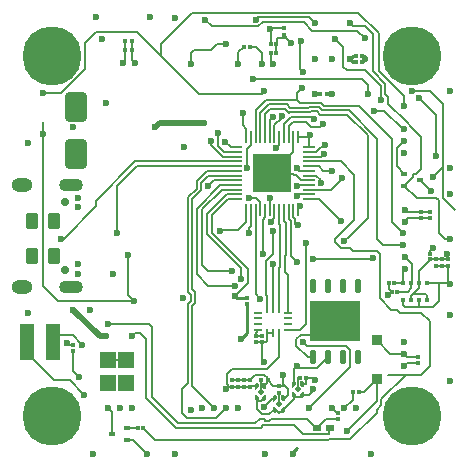
<source format=gbr>
%TF.GenerationSoftware,KiCad,Pcbnew,9.0.6*%
%TF.CreationDate,2025-12-27T02:42:01+01:00*%
%TF.ProjectId,hardware,68617264-7761-4726-952e-6b696361645f,rev?*%
%TF.SameCoordinates,Original*%
%TF.FileFunction,Copper,L4,Bot*%
%TF.FilePolarity,Positive*%
%FSLAX46Y46*%
G04 Gerber Fmt 4.6, Leading zero omitted, Abs format (unit mm)*
G04 Created by KiCad (PCBNEW 9.0.6) date 2025-12-27 02:42:01*
%MOMM*%
%LPD*%
G01*
G04 APERTURE LIST*
G04 Aperture macros list*
%AMRoundRect*
0 Rectangle with rounded corners*
0 $1 Rounding radius*
0 $2 $3 $4 $5 $6 $7 $8 $9 X,Y pos of 4 corners*
0 Add a 4 corners polygon primitive as box body*
4,1,4,$2,$3,$4,$5,$6,$7,$8,$9,$2,$3,0*
0 Add four circle primitives for the rounded corners*
1,1,$1+$1,$2,$3*
1,1,$1+$1,$4,$5*
1,1,$1+$1,$6,$7*
1,1,$1+$1,$8,$9*
0 Add four rect primitives between the rounded corners*
20,1,$1+$1,$2,$3,$4,$5,0*
20,1,$1+$1,$4,$5,$6,$7,0*
20,1,$1+$1,$6,$7,$8,$9,0*
20,1,$1+$1,$8,$9,$2,$3,0*%
%AMRotRect*
0 Rectangle, with rotation*
0 The origin of the aperture is its center*
0 $1 length*
0 $2 width*
0 $3 Rotation angle, in degrees counterclockwise*
0 Add horizontal line*
21,1,$1,$2,0,0,$3*%
%AMFreePoly0*
4,1,13,0.135355,0.205355,0.150000,0.170000,0.150000,-0.080000,0.135355,-0.115355,-0.064645,-0.315355,-0.100000,-0.330000,-0.135355,-0.315355,-0.150000,-0.280000,-0.150000,0.170000,-0.135355,0.205355,-0.100000,0.220000,0.100000,0.220000,0.135355,0.205355,0.135355,0.205355,$1*%
%AMFreePoly1*
4,1,14,0.125355,0.205355,0.140000,0.170000,0.140000,-0.230000,0.125355,-0.265355,0.090000,-0.280000,0.040000,-0.280000,0.004645,-0.265355,-0.145355,-0.115355,-0.160000,-0.080000,-0.160000,0.170000,-0.145355,0.205355,-0.110000,0.220000,0.090000,0.220000,0.125355,0.205355,0.125355,0.205355,$1*%
%AMFreePoly2*
4,1,14,0.125355,0.255355,0.140000,0.220000,0.140000,-0.180000,0.125355,-0.215355,0.090000,-0.230000,-0.110000,-0.230000,-0.145355,-0.215355,-0.160000,-0.180000,-0.160000,0.070000,-0.145355,0.105355,0.004645,0.255355,0.040000,0.270000,0.090000,0.270000,0.125355,0.255355,0.125355,0.255355,$1*%
%AMFreePoly3*
4,1,14,-0.014645,0.265355,0.135355,0.115355,0.150000,0.080000,0.150000,-0.170000,0.135355,-0.205355,0.100000,-0.220000,-0.100000,-0.220000,-0.135355,-0.205355,-0.150000,-0.170000,-0.150000,0.230000,-0.135355,0.265355,-0.100000,0.280000,-0.050000,0.280000,-0.014645,0.265355,-0.014645,0.265355,$1*%
G04 Aperture macros list end*
%TA.AperFunction,ComponentPad*%
%ADD10C,0.700000*%
%TD*%
%TA.AperFunction,ComponentPad*%
%ADD11O,2.000000X1.100000*%
%TD*%
%TA.AperFunction,ComponentPad*%
%ADD12O,1.800000X1.200000*%
%TD*%
%TA.AperFunction,SMDPad,CuDef*%
%ADD13R,0.320000X0.370000*%
%TD*%
%TA.AperFunction,SMDPad,CuDef*%
%ADD14R,0.300000X0.320000*%
%TD*%
%TA.AperFunction,SMDPad,CuDef*%
%ADD15R,0.450000X0.450000*%
%TD*%
%TA.AperFunction,SMDPad,CuDef*%
%ADD16R,0.370000X0.320000*%
%TD*%
%TA.AperFunction,SMDPad,CuDef*%
%ADD17FreePoly0,0.000000*%
%TD*%
%TA.AperFunction,SMDPad,CuDef*%
%ADD18FreePoly1,0.000000*%
%TD*%
%TA.AperFunction,SMDPad,CuDef*%
%ADD19FreePoly2,0.000000*%
%TD*%
%TA.AperFunction,SMDPad,CuDef*%
%ADD20FreePoly3,0.000000*%
%TD*%
%TA.AperFunction,SMDPad,CuDef*%
%ADD21RotRect,0.450000X0.450000X315.000000*%
%TD*%
%TA.AperFunction,SMDPad,CuDef*%
%ADD22O,0.580000X1.280000*%
%TD*%
%TA.AperFunction,SMDPad,CuDef*%
%ADD23R,4.300000X3.400000*%
%TD*%
%TA.AperFunction,SMDPad,CuDef*%
%ADD24R,0.840000X0.910000*%
%TD*%
%TA.AperFunction,SMDPad,CuDef*%
%ADD25R,0.790000X0.540000*%
%TD*%
%TA.AperFunction,SMDPad,CuDef*%
%ADD26RoundRect,0.250000X0.650000X-1.000000X0.650000X1.000000X-0.650000X1.000000X-0.650000X-1.000000X0*%
%TD*%
%TA.AperFunction,SMDPad,CuDef*%
%ADD27R,0.320000X0.300000*%
%TD*%
%TA.AperFunction,SMDPad,CuDef*%
%ADD28R,1.200000X3.100000*%
%TD*%
%TA.AperFunction,SMDPad,CuDef*%
%ADD29R,1.350000X1.410000*%
%TD*%
%TA.AperFunction,SMDPad,CuDef*%
%ADD30RoundRect,0.250000X0.262500X0.450000X-0.262500X0.450000X-0.262500X-0.450000X0.262500X-0.450000X0*%
%TD*%
%TA.AperFunction,SMDPad,CuDef*%
%ADD31R,1.000000X0.200000*%
%TD*%
%TA.AperFunction,SMDPad,CuDef*%
%ADD32R,0.200000X1.000000*%
%TD*%
%TA.AperFunction,SMDPad,CuDef*%
%ADD33R,3.200000X3.200000*%
%TD*%
%TA.AperFunction,SMDPad,CuDef*%
%ADD34R,0.680000X0.280000*%
%TD*%
%TA.AperFunction,SMDPad,CuDef*%
%ADD35R,0.280000X0.680000*%
%TD*%
%TA.AperFunction,SMDPad,CuDef*%
%ADD36R,0.510000X0.400000*%
%TD*%
%TA.AperFunction,ViaPad*%
%ADD37C,0.600000*%
%TD*%
%TA.AperFunction,ViaPad*%
%ADD38C,5.000000*%
%TD*%
%TA.AperFunction,Conductor*%
%ADD39C,0.200000*%
%TD*%
%TA.AperFunction,Conductor*%
%ADD40C,0.150000*%
%TD*%
%TA.AperFunction,Conductor*%
%ADD41C,0.250000*%
%TD*%
%TA.AperFunction,Conductor*%
%ADD42C,0.500000*%
%TD*%
G04 APERTURE END LIST*
D10*
%TO.P,USB1,*%
%TO.N,*%
X138882500Y-105110000D03*
X138882500Y-110890000D03*
D11*
%TO.P,USB1,13,SHELL*%
%TO.N,GND*%
X139412500Y-103680000D03*
D12*
X135202500Y-103680000D03*
D11*
%TO.P,USB1,14,SHELL*%
X139412500Y-112320000D03*
D12*
X135202500Y-112320000D03*
%TD*%
D13*
%TO.P,C10,1,1*%
%TO.N,GND*%
X155000000Y-117020000D03*
%TO.P,C10,2,2*%
%TO.N,Net-(U2-VDD)*%
X155000000Y-116480000D03*
%TD*%
D14*
%TO.P,R15,1,1*%
%TO.N,/AT32/VBATADC*%
X156750000Y-92500000D03*
%TO.P,R15,2,2*%
%TO.N,VBAT*%
X156270000Y-92500000D03*
%TD*%
D15*
%TO.P,U1,1,GND*%
%TO.N,GND*%
X169480000Y-112030000D03*
%TO.P,U1,2,CSB*%
%TO.N,3V3-MCU*%
X168820000Y-112030000D03*
%TO.P,U1,3,SDA*%
%TO.N,SDA*%
X168180000Y-112030000D03*
%TO.P,U1,4,SCK*%
%TO.N,SCL*%
X167520000Y-112030000D03*
%TO.P,U1,5,SDO*%
%TO.N,GND*%
X167520000Y-113470000D03*
%TO.P,U1,6,VDDIO*%
%TO.N,3V3-MCU*%
X168180000Y-113470000D03*
%TO.P,U1,7,GND*%
%TO.N,GND*%
X168820000Y-113470000D03*
%TO.P,U1,8,VDD*%
%TO.N,3V3-MCU*%
X169480000Y-113470000D03*
%TD*%
D14*
%TO.P,R19,1,1*%
%TO.N,3V3-MCU*%
X166260000Y-112000000D03*
%TO.P,R19,2,2*%
%TO.N,SCL*%
X166740000Y-112000000D03*
%TD*%
D13*
%TO.P,C21,1,1*%
%TO.N,GND*%
X157400000Y-90430000D03*
%TO.P,C21,2,2*%
%TO.N,/AT32/VBATADC*%
X157400000Y-90970000D03*
%TD*%
%TO.P,C127,1,1*%
%TO.N,GND*%
X170750000Y-110520000D03*
%TO.P,C127,2,2*%
%TO.N,3V3-MCU*%
X170750000Y-109980000D03*
%TD*%
%TO.P,C133,1,1*%
%TO.N,GND*%
X154000000Y-120230000D03*
%TO.P,C133,2,2*%
%TO.N,3V3-IMU*%
X154000000Y-120770000D03*
%TD*%
%TO.P,C4,1,1*%
%TO.N,GND*%
X154500000Y-120230000D03*
%TO.P,C4,2,2*%
%TO.N,3V3-IMU*%
X154500000Y-120770000D03*
%TD*%
D16*
%TO.P,C131,1,1*%
%TO.N,GND*%
X156020000Y-120250000D03*
%TO.P,C131,2,2*%
%TO.N,Net-(U53-EP)*%
X155480000Y-120250000D03*
%TD*%
D17*
%TO.P,U53,1,OUT*%
%TO.N,3V3-IMU*%
X155090000Y-120750000D03*
D18*
%TO.P,U53,2,GND*%
%TO.N,GND*%
X155750000Y-120750000D03*
D19*
%TO.P,U53,3,EN*%
%TO.N,5V*%
X155750000Y-121700000D03*
D20*
%TO.P,U53,4,IN*%
X155090000Y-121710000D03*
D21*
%TO.P,U53,5,EP*%
%TO.N,Net-(U53-EP)*%
X155420000Y-121230000D03*
%TD*%
D22*
%TO.P,U73,1,#CS*%
%TO.N,BOX_CS*%
X163660000Y-118260000D03*
%TO.P,U73,2,DO/IO1*%
%TO.N,SPI2_MISO*%
X162380000Y-118260000D03*
%TO.P,U73,3,#WP/IO2*%
%TO.N,3V3-MCU*%
X161120000Y-118260000D03*
%TO.P,U73,4,GND*%
%TO.N,GND*%
X159850000Y-118260000D03*
%TO.P,U73,5,DI/IO0*%
%TO.N,SPI2_MOSI*%
X159850000Y-112240000D03*
%TO.P,U73,6,CLK*%
%TO.N,SPI2_SCK*%
X161120000Y-112240000D03*
%TO.P,U73,7,#HOLD-OR-#REST/IO3*%
%TO.N,3V3-MCU*%
X162380000Y-112240000D03*
%TO.P,U73,8,VCC*%
X163660000Y-112240000D03*
D23*
%TO.P,U73,9,EP*%
%TO.N,GND*%
X161750000Y-115250000D03*
%TD*%
D13*
%TO.P,C124,1,1*%
%TO.N,3V3-MCU*%
X171250000Y-109980000D03*
%TO.P,C124,2,2*%
%TO.N,GND*%
X171250000Y-110520000D03*
%TD*%
%TO.P,C5,1,1*%
%TO.N,GND*%
X155500000Y-117020000D03*
%TO.P,C5,2,2*%
%TO.N,Net-(U2-VDD)*%
X155500000Y-116480000D03*
%TD*%
D24*
%TO.P,D2,1,A*%
%TO.N,Net-(D2-A)*%
X165250000Y-120160000D03*
%TO.P,D2,2,C*%
%TO.N,5V*%
X165250000Y-116840000D03*
%TD*%
D25*
%TO.P,C29,1,1*%
%TO.N,Net-(C29-Pad1)*%
X160200000Y-124250000D03*
%TO.P,C29,2,2*%
%TO.N,Net-(U10-VOUT)*%
X161300000Y-124250000D03*
%TD*%
D13*
%TO.P,C14,1,1*%
%TO.N,3V3-IMU*%
X153000000Y-120770000D03*
%TO.P,C14,2,2*%
%TO.N,GND*%
X153000000Y-120230000D03*
%TD*%
D14*
%TO.P,R16,1,1*%
%TO.N,GND*%
X156270000Y-91750000D03*
%TO.P,R16,2,2*%
%TO.N,/AT32/VBATADC*%
X156750000Y-91750000D03*
%TD*%
D17*
%TO.P,U3,1,OUT*%
%TO.N,3V3*%
X156670000Y-121770000D03*
D18*
%TO.P,U3,2,GND*%
%TO.N,GND*%
X157330000Y-121770000D03*
D19*
%TO.P,U3,3,EN*%
%TO.N,5V*%
X157330000Y-122720000D03*
D20*
%TO.P,U3,4,IN*%
X156670000Y-122730000D03*
D21*
%TO.P,U3,5,EP*%
%TO.N,Net-(U3-EP)*%
X157000000Y-122250000D03*
%TD*%
D26*
%TO.P,D1,1*%
%TO.N,9V*%
X139800000Y-101100000D03*
%TO.P,D1,2*%
%TO.N,Net-(U7-SW)*%
X139800000Y-97100000D03*
%TD*%
D27*
%TO.P,R26,1,1*%
%TO.N,UART2_RX*%
X169750000Y-109510000D03*
%TO.P,R26,2,2*%
%TO.N,3V3-MCU*%
X169750000Y-109990000D03*
%TD*%
D28*
%TO.P,L3,1,1*%
%TO.N,Net-(U52-SW)*%
X137850000Y-117000000D03*
%TO.P,L3,2,2*%
%TO.N,Net-(D2-A)*%
X135650000Y-117000000D03*
%TD*%
D16*
%TO.P,C15,1,1*%
%TO.N,GND*%
X163480000Y-92750000D03*
%TO.P,C15,2,2*%
%TO.N,3V3*%
X164020000Y-92750000D03*
%TD*%
D29*
%TO.P,C18,1,1*%
%TO.N,GND*%
X142500000Y-118500000D03*
%TO.P,C18,2,2*%
%TO.N,9V*%
X142500000Y-120500000D03*
%TD*%
D16*
%TO.P,C126,1,1*%
%TO.N,GND*%
X161020000Y-96000000D03*
%TO.P,C126,2,2*%
%TO.N,5V*%
X160480000Y-96000000D03*
%TD*%
D30*
%TO.P,R2,1*%
%TO.N,Net-(USB1-CC1)*%
X137912500Y-106750000D03*
%TO.P,R2,2*%
%TO.N,GND*%
X136087500Y-106750000D03*
%TD*%
D16*
%TO.P,C3,1,1*%
%TO.N,GND*%
X143980000Y-92250000D03*
%TO.P,C3,2,2*%
%TO.N,5V*%
X144520000Y-92250000D03*
%TD*%
D13*
%TO.P,C123,1,1*%
%TO.N,GND*%
X169000000Y-106520000D03*
%TO.P,C123,2,2*%
%TO.N,5V*%
X169000000Y-105980000D03*
%TD*%
D16*
%TO.P,C27,1,1*%
%TO.N,GND*%
X163230000Y-121250000D03*
%TO.P,C27,2,2*%
%TO.N,Net-(D2-A)*%
X163770000Y-121250000D03*
%TD*%
D14*
%TO.P,R29,1,1*%
%TO.N,Net-(U8-PC15)*%
X145490000Y-124250000D03*
%TO.P,R29,2,2*%
%TO.N,Net-(Q2-B)*%
X145010000Y-124250000D03*
%TD*%
D13*
%TO.P,C129,1,1*%
%TO.N,GND*%
X168750000Y-118770000D03*
%TO.P,C129,2,2*%
%TO.N,5V*%
X168750000Y-118230000D03*
%TD*%
%TO.P,C11,1,1*%
%TO.N,GND*%
X157000000Y-120730000D03*
%TO.P,C11,2,2*%
%TO.N,Net-(U3-EP)*%
X157000000Y-121270000D03*
%TD*%
D16*
%TO.P,C125,1,1*%
%TO.N,GND*%
X159270000Y-120000000D03*
%TO.P,C125,2,2*%
%TO.N,Net-(U48-EP)*%
X158730000Y-120000000D03*
%TD*%
D27*
%TO.P,R22,1,1*%
%TO.N,Net-(C29-Pad1)*%
X162000000Y-123490000D03*
%TO.P,R22,2,2*%
%TO.N,VTX*%
X162000000Y-123010000D03*
%TD*%
D31*
%TO.P,U8,1,VBAT*%
%TO.N,3V3-MCU*%
X159500000Y-100500000D03*
%TO.P,U8,2,PC13*%
%TO.N,Net-(U8-PC13)*%
X159500000Y-100900000D03*
%TO.P,U8,3,PC14*%
%TO.N,Net-(U8-PC14)*%
X159500000Y-101300000D03*
%TO.P,U8,4,PC15*%
%TO.N,Net-(U8-PC15)*%
X159500000Y-101700000D03*
%TO.P,U8,5,PH0*%
%TO.N,Net-(U4-Output)*%
X159500000Y-102100000D03*
%TO.P,U8,6,PH1*%
%TO.N,Net-(U4-Input)*%
X159500000Y-102500000D03*
%TO.P,U8,7,NRST*%
%TO.N,Net-(U8-NRST)*%
X159500000Y-102900000D03*
%TO.P,U8,8,VSSA/VREF-*%
%TO.N,GND*%
X159500000Y-103300000D03*
%TO.P,U8,9,VDDA/VREF+*%
%TO.N,3V3-IMU*%
X159500000Y-103700000D03*
%TO.P,U8,10,PA0*%
%TO.N,/AT32/VBATADC*%
X159500000Y-104100000D03*
%TO.P,U8,11,PA1*%
%TO.N,CUR*%
X159500000Y-104500000D03*
%TO.P,U8,12,PA2*%
%TO.N,UART2_TX*%
X159500000Y-104900000D03*
D32*
%TO.P,U8,13,PA3*%
%TO.N,PWM3*%
X158600000Y-105800000D03*
%TO.P,U8,14,PA4*%
%TO.N,SP1_CS*%
X158200000Y-105800000D03*
%TO.P,U8,15,PA5*%
%TO.N,SP1_SCK*%
X157800000Y-105800000D03*
%TO.P,U8,16,PA6*%
%TO.N,SP1_MISO*%
X157400000Y-105800000D03*
%TO.P,U8,17,PA7*%
%TO.N,SP1_MOSI*%
X157000000Y-105800000D03*
%TO.P,U8,18,PB0*%
%TO.N,UART2_RX*%
X156600000Y-105800000D03*
%TO.P,U8,19,PB1*%
%TO.N,PWM4*%
X156200000Y-105800000D03*
%TO.P,U8,20,PB2*%
%TO.N,Net-(U8-PB2)*%
X155800000Y-105800000D03*
%TO.P,U8,21,PB10*%
%TO.N,UART3_RX*%
X155400000Y-105800000D03*
%TO.P,U8,22,PB11*%
%TO.N,UART3_TX*%
X155000000Y-105800000D03*
%TO.P,U8,23,PH3*%
%TO.N,SDA*%
X154600000Y-105800000D03*
%TO.P,U8,24,VDD*%
%TO.N,3V3-MCU*%
X154200000Y-105800000D03*
D31*
%TO.P,U8,25,PB12*%
%TO.N,SPI2_CS*%
X153300000Y-104900000D03*
%TO.P,U8,26,PB13*%
%TO.N,SPI2_SCK*%
X153300000Y-104500000D03*
%TO.P,U8,27,PB14*%
%TO.N,SPI2_MISO*%
X153300000Y-104100000D03*
%TO.P,U8,28,PB15*%
%TO.N,SPI2_MOSI*%
X153300000Y-103700000D03*
%TO.P,U8,29,PA8*%
%TO.N,LED*%
X153300000Y-103300000D03*
%TO.P,U8,30,PA9*%
%TO.N,UART1_TX*%
X153300000Y-102900000D03*
%TO.P,U8,31,PA10*%
%TO.N,UART1_RX*%
X153300000Y-102500000D03*
%TO.P,U8,32,PA11*%
%TO.N,D-*%
X153300000Y-102100000D03*
%TO.P,U8,33,PA12*%
%TO.N,D+*%
X153300000Y-101700000D03*
%TO.P,U8,34,PA13*%
%TO.N,SWDIO*%
X153300000Y-101300000D03*
%TO.P,U8,35,PH2*%
%TO.N,SCL*%
X153300000Y-100900000D03*
%TO.P,U8,36,VDD*%
%TO.N,3V3-MCU*%
X153300000Y-100500000D03*
D32*
%TO.P,U8,37,PA14*%
%TO.N,SWDCLK*%
X154200000Y-99600000D03*
%TO.P,U8,38,PA15*%
%TO.N,GYRO_EXTI*%
X154600000Y-99600000D03*
%TO.P,U8,39,PB3*%
%TO.N,UART7_RX*%
X155000000Y-99600000D03*
%TO.P,U8,40,PB4*%
%TO.N,UART7_TX*%
X155400000Y-99600000D03*
%TO.P,U8,41,PB5*%
%TO.N,BOX_CS*%
X155800000Y-99600000D03*
%TO.P,U8,42,PB6*%
%TO.N,PWM1*%
X156200000Y-99600000D03*
%TO.P,U8,43,PB7*%
%TO.N,PWM2*%
X156600000Y-99600000D03*
%TO.P,U8,44,BOOT0*%
%TO.N,BOOT*%
X157000000Y-99600000D03*
%TO.P,U8,45,PB8*%
%TO.N,UART5_RX*%
X157400000Y-99600000D03*
%TO.P,U8,46,PB9*%
%TO.N,UART5_TX*%
X157800000Y-99600000D03*
%TO.P,U8,47,VSS*%
%TO.N,GND*%
X158200000Y-99600000D03*
%TO.P,U8,48,VDD*%
%TO.N,3V3-MCU*%
X158600000Y-99600000D03*
D33*
%TO.P,U8,49,EP*%
%TO.N,GND*%
X156400000Y-102700000D03*
%TD*%
D34*
%TO.P,U2,1,AP_SDO/AP_AD0*%
%TO.N,SP1_MISO*%
X157760000Y-114500000D03*
%TO.P,U2,2,RESV*%
%TO.N,unconnected-(U2-RESV-Pad2)*%
X157760000Y-115000000D03*
%TO.P,U2,3,RESV*%
%TO.N,unconnected-(U2-RESV-Pad3)*%
X157760000Y-115500000D03*
%TO.P,U2,4,INT1/INT*%
%TO.N,GYRO_EXTI*%
X157760000Y-116000000D03*
D35*
%TO.P,U2,5,VDDIO*%
%TO.N,3V3-IMU*%
X157000000Y-116260000D03*
%TO.P,U2,6,GND*%
%TO.N,GND*%
X156500000Y-116260000D03*
%TO.P,U2,7,RESV*%
X156000000Y-116260000D03*
D34*
%TO.P,U2,8,VDD*%
%TO.N,Net-(U2-VDD)*%
X155240000Y-116000000D03*
%TO.P,U2,9,INT2/FSYNC/CLKIN*%
%TO.N,unconnected-(U2-INT2{slash}FSYNC{slash}CLKIN-Pad9)*%
X155240000Y-115500000D03*
%TO.P,U2,10,RESV*%
%TO.N,unconnected-(U2-RESV-Pad10)*%
X155240000Y-115000000D03*
%TO.P,U2,11,RESV*%
%TO.N,unconnected-(U2-RESV-Pad11)*%
X155240000Y-114500000D03*
D35*
%TO.P,U2,12,AP_CS*%
%TO.N,SP1_CS*%
X156000000Y-114240000D03*
%TO.P,U2,13,AP_SCL/AP_SCLK*%
%TO.N,SP1_SCK*%
X156500000Y-114240000D03*
%TO.P,U2,14,AP_SDA/AP_SDIO/AP_SDI*%
%TO.N,SP1_MOSI*%
X157000000Y-114240000D03*
%TD*%
D30*
%TO.P,R1,1*%
%TO.N,Net-(USB1-CC2)*%
X137912500Y-109750000D03*
%TO.P,R1,2*%
%TO.N,GND*%
X136087500Y-109750000D03*
%TD*%
D36*
%TO.P,Q2,1,B*%
%TO.N,Net-(Q2-B)*%
X144150000Y-124250000D03*
%TO.P,Q2,2,E*%
%TO.N,GND*%
X144150000Y-125250000D03*
%TO.P,Q2,3,C*%
%TO.N,BB-*%
X142850000Y-124750000D03*
%TD*%
D17*
%TO.P,U48,1,OUT*%
%TO.N,3V3-MCU*%
X158250000Y-120520000D03*
D18*
%TO.P,U48,2,GND*%
%TO.N,GND*%
X158910000Y-120520000D03*
D19*
%TO.P,U48,3,EN*%
%TO.N,5V*%
X158910000Y-121470000D03*
D20*
%TO.P,U48,4,IN*%
X158250000Y-121480000D03*
D21*
%TO.P,U48,5,EP*%
%TO.N,Net-(U48-EP)*%
X158580000Y-121000000D03*
%TD*%
D29*
%TO.P,C17,1,1*%
%TO.N,GND*%
X144000000Y-118500000D03*
%TO.P,C17,2,2*%
%TO.N,5V*%
X144000000Y-120500000D03*
%TD*%
D27*
%TO.P,R245,1,1*%
%TO.N,Net-(U52-VCC)*%
X139500000Y-117740000D03*
%TO.P,R245,2,2*%
%TO.N,Net-(U52-PG)*%
X139500000Y-117260000D03*
%TD*%
D13*
%TO.P,C130,1,1*%
%TO.N,3V3-IMU*%
X153500000Y-120770000D03*
%TO.P,C130,2,2*%
%TO.N,GND*%
X153500000Y-120230000D03*
%TD*%
D16*
%TO.P,C16,1,1*%
%TO.N,3V3*%
X164020000Y-93250000D03*
%TO.P,C16,2,2*%
%TO.N,GND*%
X163480000Y-93250000D03*
%TD*%
%TO.P,C6,1,1*%
%TO.N,GND*%
X143980000Y-91500000D03*
%TO.P,C6,2,2*%
%TO.N,5V*%
X144520000Y-91500000D03*
%TD*%
%TO.P,C13,1,1*%
%TO.N,GND*%
X154540000Y-92000000D03*
%TO.P,C13,2,2*%
%TO.N,CUR*%
X154000000Y-92000000D03*
%TD*%
D27*
%TO.P,R23,1,1*%
%TO.N,5V*%
X154250000Y-113740000D03*
%TO.P,R23,2,2*%
%TO.N,SPI2_CS*%
X154250000Y-113260000D03*
%TD*%
D14*
%TO.P,R20,1,1*%
%TO.N,3V3-MCU*%
X166510000Y-112750000D03*
%TO.P,R20,2,2*%
%TO.N,SDA*%
X166990000Y-112750000D03*
%TD*%
D13*
%TO.P,C8,1,1*%
%TO.N,3V3-MCU*%
X170250000Y-109980000D03*
%TO.P,C8,2,2*%
%TO.N,GND*%
X170250000Y-110520000D03*
%TD*%
%TO.P,C132,1,1*%
%TO.N,GND*%
X169750000Y-106520000D03*
%TO.P,C132,2,2*%
%TO.N,5V*%
X169750000Y-105980000D03*
%TD*%
D36*
%TO.P,Q1,1,B*%
%TO.N,SBUS*%
X167600000Y-103750000D03*
%TO.P,Q1,2,E*%
%TO.N,GND*%
X167600000Y-102750000D03*
%TO.P,Q1,3,C*%
%TO.N,UART2_RX*%
X168900000Y-103250000D03*
%TD*%
D37*
%TO.N,GND*%
X171500000Y-104500000D03*
X139500000Y-98750000D03*
X136087500Y-106750000D03*
D38*
X137750000Y-92750000D03*
D37*
X162500000Y-122620000D03*
D38*
X137750000Y-123250000D03*
D37*
X142500000Y-118500000D03*
X148200000Y-126440000D03*
X163000000Y-93000000D03*
X153500000Y-122560000D03*
X144500000Y-122560000D03*
X143800000Y-93380000D03*
D38*
X168250000Y-92750000D03*
D37*
X161750000Y-115250000D03*
X171440000Y-95700000D03*
X171440000Y-102300000D03*
X155700000Y-118680000D03*
X148870000Y-113270000D03*
X145800000Y-126440000D03*
X164800000Y-126500000D03*
X167620000Y-106800000D03*
X136087500Y-109750000D03*
X161500000Y-96000000D03*
X155500000Y-93440000D03*
X158200000Y-126500000D03*
X148200000Y-89560000D03*
X148870000Y-113270000D03*
X156400000Y-102700000D03*
X140980000Y-114280000D03*
X139962500Y-111200000D03*
X159990000Y-120201000D03*
X171440000Y-114700000D03*
D38*
X168250000Y-123250000D03*
D37*
X141200000Y-126440000D03*
X135750000Y-114500000D03*
X150500000Y-122560000D03*
X161500000Y-93000000D03*
X146100000Y-89500000D03*
X157300000Y-119820000D03*
X171500000Y-112100000D03*
X139962500Y-104800000D03*
X141500000Y-89500000D03*
X171440000Y-120300000D03*
X142362500Y-96750000D03*
X167560000Y-119000000D03*
X144000000Y-118500000D03*
X167560000Y-100000000D03*
X155800000Y-126440000D03*
X156217502Y-90493511D03*
%TO.N,5V*%
X160000000Y-96000000D03*
X148910000Y-100500000D03*
X139962500Y-105600000D03*
X159850000Y-121000000D03*
X143500000Y-122560000D03*
X167560000Y-118000000D03*
X139962500Y-110400000D03*
X153750000Y-116750000D03*
X167620000Y-105800000D03*
X144000000Y-120500000D03*
X144800000Y-93380000D03*
%TO.N,3V3-IMU*%
X152500000Y-121000000D03*
X158500002Y-103796997D03*
%TO.N,3V3-MCU*%
X158500000Y-119000000D03*
X171204293Y-109544293D03*
X163660000Y-112240000D03*
X159583220Y-99475569D03*
X162380000Y-112490000D03*
X152450735Y-100049265D03*
X166250000Y-113000000D03*
X152000000Y-107599000D03*
%TO.N,3V3*%
X155750000Y-122500000D03*
X164270000Y-93000000D03*
X135750000Y-100150000D03*
%TO.N,/AT32/VBATADC*%
X162350167Y-103149832D03*
X158000001Y-91651471D03*
%TO.N,Net-(U52-VCC)*%
X140016163Y-119984074D03*
%TO.N,Net-(D2-A)*%
X135650000Y-117000000D03*
X140500000Y-121500000D03*
X162750000Y-124500000D03*
%TO.N,Net-(C29-Pad1)*%
X142500000Y-115500000D03*
%TO.N,Net-(U10-VOUT)*%
X144500000Y-116500000D03*
%TO.N,Net-(U10-VIN)*%
X137000000Y-99400000D03*
X144716000Y-113540000D03*
X144200000Y-109600000D03*
X142000000Y-91350000D03*
%TO.N,VBAT*%
X150595740Y-98445740D03*
X167560000Y-101000000D03*
X146500000Y-98830000D03*
X142900000Y-111200000D03*
X139550000Y-114250000D03*
X156500000Y-93440000D03*
X142300000Y-116500000D03*
%TO.N,Net-(U52-SW)*%
X140287737Y-117206103D03*
%TO.N,Net-(USB1-CC2)*%
X138000000Y-109750000D03*
%TO.N,Net-(USB1-CC1)*%
X138000000Y-106750000D03*
%TO.N,Net-(U8-NRST)*%
X160500000Y-103500000D03*
%TO.N,Net-(U8-PB2)*%
X155600000Y-109515627D03*
%TO.N,Net-(U8-PC13)*%
X160885927Y-100311630D03*
%TO.N,Net-(U8-PC14)*%
X160750000Y-101100000D03*
%TO.N,CUR*%
X158543592Y-104595809D03*
X153500000Y-93440000D03*
%TO.N,Net-(U52-PG)*%
X138999007Y-117081970D03*
%TO.N,Net-(U4-Output)*%
X161450735Y-102549265D03*
%TO.N,Net-(U4-Input)*%
X158500002Y-102250000D03*
%TO.N,UART3_TX*%
X159024000Y-116976000D03*
X155399000Y-113351000D03*
X159500000Y-122620000D03*
%TO.N,VTX*%
X161500000Y-122620000D03*
%TO.N,UART3_RX*%
X154475982Y-104763717D03*
%TO.N,9V*%
X149500000Y-122750000D03*
X142500000Y-120500000D03*
X139250000Y-101000000D03*
X163500000Y-122620000D03*
X160000000Y-93000000D03*
%TO.N,BB-*%
X142500000Y-122560000D03*
%TO.N,UART2_TX*%
X162250000Y-106750000D03*
%TO.N,UART2_RX*%
X156273611Y-106818366D03*
X167560000Y-117000000D03*
X170000000Y-109000000D03*
X169825000Y-104175000D03*
%TO.N,Net-(U7-SW)*%
X139250000Y-97000000D03*
%TO.N,PWM4*%
X156250000Y-104800002D03*
%TO.N,PWM1*%
X156450735Y-97950735D03*
X149500000Y-93440000D03*
X152500000Y-91750000D03*
%TO.N,PWM3*%
X158800002Y-105500000D03*
%TO.N,PWM2*%
X157250000Y-97850000D03*
%TO.N,UART1_RX*%
X152500000Y-122560000D03*
%TO.N,SDA*%
X168801473Y-96350000D03*
X170239000Y-101250000D03*
X164900000Y-109850000D03*
X154400000Y-107750000D03*
X167620000Y-109800000D03*
X159850000Y-109958585D03*
X165600000Y-96500000D03*
X161740078Y-91349000D03*
%TO.N,SCL*%
X160000000Y-90000000D03*
X151832815Y-99332815D03*
X170000000Y-103000000D03*
X167620000Y-110800000D03*
X155000000Y-89701000D03*
X168250000Y-95750000D03*
%TO.N,UART1_TX*%
X151500000Y-122560000D03*
%TO.N,UART7_TX*%
X167500000Y-108750000D03*
%TO.N,SBUS*%
X163000000Y-90000000D03*
X171500000Y-108250000D03*
%TO.N,UART7_RX*%
X158900000Y-95500000D03*
X167500000Y-107750000D03*
%TO.N,BOOT*%
X137000000Y-95900000D03*
X167560000Y-97000000D03*
X155750000Y-95750000D03*
X156750000Y-100599998D03*
%TO.N,UART5_RX*%
X165031587Y-97468413D03*
X167560000Y-99000000D03*
X159940868Y-98121722D03*
%TO.N,UART5_TX*%
X160681397Y-98539000D03*
%TO.N,SPI2_CS*%
X153250000Y-113090003D03*
%TO.N,SP1_SCK*%
X158500000Y-110251000D03*
X156500000Y-110390000D03*
%TO.N,SP1_CS*%
X156501000Y-107585372D03*
X158600000Y-107082207D03*
%TO.N,GYRO_EXTI*%
X159250000Y-108650000D03*
X154298064Y-102243981D03*
%TO.N,D+*%
X138500000Y-108250000D03*
%TO.N,D-*%
X143250000Y-107750000D03*
%TO.N,SWDCLK*%
X153902000Y-97600000D03*
X154750000Y-94750000D03*
X164500000Y-96000000D03*
%TO.N,SPI2_MISO*%
X162380000Y-118260000D03*
X153000000Y-110990000D03*
%TO.N,SWDIO*%
X151232815Y-99932812D03*
X164250000Y-91250000D03*
X150700472Y-89701000D03*
%TO.N,BOX_CS*%
X163660000Y-118260000D03*
X162500000Y-108400000D03*
%TO.N,SPI2_MOSI*%
X153250000Y-112290000D03*
X159850000Y-112490000D03*
%TO.N,LED*%
X159000000Y-94150000D03*
X151000000Y-103750000D03*
X158833182Y-91483201D03*
%TO.N,SPI2_SCK*%
X161120000Y-112490000D03*
X153750000Y-111640000D03*
%TD*%
D39*
%TO.N,GND*%
X157750000Y-121000000D02*
X157480000Y-120730000D01*
X167600000Y-102750000D02*
X166959000Y-102109000D01*
X156281013Y-90430000D02*
X157400000Y-90430000D01*
X162500000Y-122620000D02*
X163230000Y-121890000D01*
X154500000Y-120230000D02*
X154000000Y-120230000D01*
X144150000Y-125250000D02*
X144610000Y-125250000D01*
X170500000Y-113502000D02*
X170006000Y-113996000D01*
X158200000Y-99600000D02*
X158200000Y-100900000D01*
X168820000Y-113895000D02*
X168820000Y-113470000D01*
X170250000Y-110520000D02*
X170750000Y-110520000D01*
X167790000Y-118770000D02*
X167560000Y-119000000D01*
X170500000Y-112030000D02*
X171430000Y-112030000D01*
X155907000Y-117020000D02*
X156000000Y-116927000D01*
X155500000Y-118480000D02*
X155700000Y-118680000D01*
X153500000Y-120230000D02*
X153000000Y-120230000D01*
X155500000Y-117020000D02*
X155500000Y-118480000D01*
X157300000Y-120550000D02*
X157300000Y-119820000D01*
X167654000Y-113996000D02*
X168719000Y-113996000D01*
X167520000Y-113470000D02*
X167520000Y-113862000D01*
X158200000Y-100900000D02*
X156400000Y-102700000D01*
X158836146Y-103300000D02*
X158387146Y-102851000D01*
X155500000Y-117020000D02*
X155907000Y-117020000D01*
X157750000Y-121500000D02*
X157750000Y-121000000D01*
D40*
X158448000Y-116737412D02*
X158805412Y-116380000D01*
D39*
X159789000Y-120000000D02*
X159990000Y-120201000D01*
X142500000Y-118500000D02*
X144000000Y-118500000D01*
X158910000Y-120520000D02*
X159250000Y-120520000D01*
X166959000Y-102109000D02*
X166959000Y-100601000D01*
X156020000Y-120250000D02*
X156020000Y-120020000D01*
X156353991Y-90630000D02*
X156217502Y-90493511D01*
X143980000Y-92250000D02*
X143980000Y-91500000D01*
X155500000Y-117020000D02*
X155000000Y-117020000D01*
X166959000Y-100601000D02*
X167560000Y-100000000D01*
X156000000Y-116927000D02*
X156000000Y-116260000D01*
D40*
X159410000Y-118260000D02*
X158448000Y-117298000D01*
D41*
X163480000Y-93250000D02*
X163250000Y-93250000D01*
D39*
X159270000Y-120500000D02*
X159270000Y-120000000D01*
D41*
X158500000Y-126000000D02*
X158200000Y-126300000D01*
X158200000Y-126300000D02*
X158200000Y-126500000D01*
D39*
X159270000Y-120000000D02*
X159789000Y-120000000D01*
X155000000Y-92000000D02*
X154520000Y-92000000D01*
D41*
X163250000Y-92750000D02*
X163000000Y-93000000D01*
D39*
X153500000Y-120230000D02*
X154000000Y-120230000D01*
X157000000Y-120730000D02*
X156500000Y-120730000D01*
X171250000Y-110520000D02*
X171250000Y-111850000D01*
X144610000Y-125250000D02*
X145800000Y-126440000D01*
D40*
X159850000Y-118260000D02*
X159410000Y-118260000D01*
D39*
X170500000Y-112030000D02*
X170500000Y-113502000D01*
X169480000Y-112030000D02*
X170500000Y-112030000D01*
X168750000Y-118770000D02*
X167790000Y-118770000D01*
X156217502Y-90493511D02*
X156281013Y-90430000D01*
X157480000Y-121770000D02*
X157750000Y-121500000D01*
X157480000Y-120730000D02*
X157300000Y-120550000D01*
X156500000Y-120730000D02*
X156020000Y-120250000D01*
X168719000Y-113996000D02*
X168820000Y-113895000D01*
D41*
X161020000Y-96000000D02*
X161500000Y-96000000D01*
D39*
X167520000Y-113862000D02*
X167654000Y-113996000D01*
X156270000Y-90546009D02*
X156217502Y-90493511D01*
X163230000Y-121890000D02*
X163230000Y-121250000D01*
X169000000Y-106520000D02*
X167900000Y-106520000D01*
X155750000Y-120750000D02*
X156000000Y-120500000D01*
X143980000Y-93200000D02*
X143800000Y-93380000D01*
D41*
X163480000Y-92750000D02*
X163250000Y-92750000D01*
D39*
X170006000Y-113996000D02*
X168719000Y-113996000D01*
X171430000Y-112030000D02*
X171500000Y-112100000D01*
D40*
X160620000Y-116380000D02*
X161750000Y-115250000D01*
D39*
X155750000Y-119750000D02*
X154980000Y-119750000D01*
X157330000Y-121770000D02*
X157480000Y-121770000D01*
X158150059Y-102750000D02*
X156450000Y-102750000D01*
X156020000Y-120020000D02*
X155750000Y-119750000D01*
X159250000Y-120520000D02*
X159270000Y-120500000D01*
D40*
X158805412Y-116380000D02*
X160620000Y-116380000D01*
X158448000Y-117298000D02*
X158448000Y-116737412D01*
D39*
X156450000Y-102750000D02*
X156400000Y-102700000D01*
X158387146Y-102851000D02*
X158251059Y-102851000D01*
X143980000Y-92250000D02*
X143980000Y-93200000D01*
X169750000Y-106520000D02*
X169000000Y-106520000D01*
X158251059Y-102851000D02*
X158150059Y-102750000D01*
X155500000Y-93440000D02*
X155500000Y-92500000D01*
X156000000Y-120500000D02*
X156000000Y-120270000D01*
X156000000Y-120270000D02*
X156020000Y-120250000D01*
X159500000Y-103300000D02*
X158836146Y-103300000D01*
X156270000Y-91750000D02*
X156270000Y-90546009D01*
X154980000Y-119750000D02*
X154500000Y-120230000D01*
X170750000Y-110520000D02*
X171250000Y-110520000D01*
X157480000Y-120730000D02*
X157000000Y-120730000D01*
X171250000Y-111850000D02*
X171500000Y-112100000D01*
D41*
X163250000Y-93250000D02*
X163000000Y-93000000D01*
D39*
X156000000Y-116260000D02*
X156500000Y-116260000D01*
X167900000Y-106520000D02*
X167620000Y-106800000D01*
X155500000Y-92500000D02*
X155000000Y-92000000D01*
%TO.N,5V*%
X158740000Y-121640000D02*
X158910000Y-121470000D01*
X155501057Y-123101000D02*
X155090000Y-122689943D01*
X157280000Y-122720000D02*
X157000000Y-123000000D01*
X144520000Y-92250000D02*
X144520000Y-91500000D01*
X157330000Y-122720000D02*
X158250000Y-121800000D01*
X156670000Y-122730000D02*
X156520000Y-122730000D01*
X168750000Y-118230000D02*
X167790000Y-118230000D01*
X155330029Y-121950029D02*
X155090000Y-121710000D01*
X156520000Y-122730000D02*
X156149000Y-123101000D01*
X167560000Y-118000000D02*
X166410000Y-118000000D01*
D41*
X160480000Y-96000000D02*
X160000000Y-96000000D01*
D39*
X155090000Y-122689943D02*
X155090000Y-121710000D01*
X158410000Y-121640000D02*
X158740000Y-121640000D01*
X159530000Y-121470000D02*
X158910000Y-121470000D01*
X166410000Y-118000000D02*
X165250000Y-116840000D01*
X155530057Y-121870000D02*
X155450028Y-121950029D01*
X159850000Y-121150000D02*
X159530000Y-121470000D01*
X156730000Y-122730000D02*
X156670000Y-122730000D01*
X158250000Y-121800000D02*
X158250000Y-121480000D01*
X158250000Y-121480000D02*
X158410000Y-121640000D01*
X167800000Y-105980000D02*
X167620000Y-105800000D01*
X157000000Y-123000000D02*
X156730000Y-122730000D01*
X167790000Y-118230000D02*
X167560000Y-118000000D01*
D41*
X154250000Y-116250000D02*
X153750000Y-116750000D01*
D39*
X155450028Y-121950029D02*
X155330029Y-121950029D01*
X144520000Y-92250000D02*
X144520000Y-93100000D01*
X169000000Y-105980000D02*
X167800000Y-105980000D01*
X155580000Y-121870000D02*
X155530057Y-121870000D01*
X169750000Y-105980000D02*
X169000000Y-105980000D01*
X157330000Y-122720000D02*
X157280000Y-122720000D01*
X159850000Y-121000000D02*
X159850000Y-121150000D01*
X155750000Y-121700000D02*
X155580000Y-121870000D01*
X156149000Y-123101000D02*
X155501057Y-123101000D01*
D41*
X154250000Y-113740000D02*
X154250000Y-116250000D01*
D39*
X144520000Y-93100000D02*
X144800000Y-93380000D01*
%TO.N,3V3-IMU*%
X152730000Y-120770000D02*
X152539000Y-120579000D01*
X152539000Y-119744000D02*
X153002000Y-119281000D01*
X152539000Y-120579000D02*
X152539000Y-119744000D01*
X152730000Y-120770000D02*
X152500000Y-121000000D01*
X154500000Y-120770000D02*
X154000000Y-120770000D01*
X153500000Y-120770000D02*
X154000000Y-120770000D01*
X153500000Y-120770000D02*
X153000000Y-120770000D01*
X158596999Y-103700000D02*
X158500002Y-103796997D01*
X153000000Y-120770000D02*
X152730000Y-120770000D01*
X153002000Y-119281000D02*
X155948943Y-119281000D01*
X157000000Y-118229943D02*
X157000000Y-116260000D01*
X159500000Y-103700000D02*
X158596999Y-103700000D01*
X154520000Y-120750000D02*
X154500000Y-120770000D01*
X155090000Y-120750000D02*
X154520000Y-120750000D01*
X155948943Y-119281000D02*
X157000000Y-118229943D01*
%TO.N,Net-(U2-VDD)*%
X155500000Y-116480000D02*
X155000000Y-116480000D01*
X155000000Y-116480000D02*
X155000000Y-116240000D01*
X155000000Y-116240000D02*
X155240000Y-116000000D01*
%TO.N,3V3-MCU*%
X158250000Y-119250000D02*
X158500000Y-119000000D01*
X153300000Y-100500000D02*
X152901470Y-100500000D01*
X154200000Y-105800000D02*
X154200000Y-106800000D01*
X169379000Y-112944000D02*
X169480000Y-113045000D01*
X168294000Y-112944000D02*
X168820000Y-112418000D01*
X166250000Y-113000000D02*
X166500000Y-112750000D01*
X170750000Y-109980000D02*
X171250000Y-109980000D01*
X153500000Y-107500000D02*
X152099000Y-107500000D01*
X159458789Y-99600000D02*
X159583220Y-99475569D01*
X171204293Y-109544293D02*
X171250000Y-109590000D01*
X152099000Y-107500000D02*
X152000000Y-107599000D01*
X166260000Y-112000000D02*
X166260000Y-112500000D01*
X168294000Y-112944000D02*
X169379000Y-112944000D01*
D40*
X158676000Y-119176000D02*
X158500000Y-119000000D01*
D39*
X158600000Y-99600000D02*
X159458789Y-99600000D01*
D40*
X160204000Y-119176000D02*
X158676000Y-119176000D01*
D39*
X169510000Y-113500000D02*
X169480000Y-113470000D01*
X159500000Y-100500000D02*
X159500000Y-99558789D01*
X171250000Y-109590000D02*
X171250000Y-109980000D01*
X169480000Y-113045000D02*
X169480000Y-113470000D01*
X152901470Y-100500000D02*
X152450735Y-100049265D01*
D40*
X161120000Y-118260000D02*
X160204000Y-119176000D01*
D39*
X168180000Y-113058000D02*
X168294000Y-112944000D01*
X169843000Y-109980000D02*
X170250000Y-109980000D01*
X168820000Y-112418000D02*
X168820000Y-112030000D01*
X166260000Y-112500000D02*
X166510000Y-112750000D01*
X168820000Y-111003000D02*
X169843000Y-109980000D01*
X154200000Y-106800000D02*
X153500000Y-107500000D01*
X158250000Y-120520000D02*
X158250000Y-119250000D01*
X166500000Y-112750000D02*
X166510000Y-112750000D01*
X168180000Y-113470000D02*
X168180000Y-113058000D01*
X159500000Y-99558789D02*
X159583220Y-99475569D01*
X168820000Y-112030000D02*
X168820000Y-111003000D01*
X170250000Y-109980000D02*
X170750000Y-109980000D01*
D40*
%TO.N,Net-(U3-EP)*%
X157000000Y-121260000D02*
X157030000Y-121230000D01*
X157000000Y-122250000D02*
X157000000Y-121260000D01*
D41*
%TO.N,3V3*%
X164270000Y-92770000D02*
X164250000Y-92750000D01*
X164270000Y-93000000D02*
X164020000Y-93250000D01*
D39*
X156670000Y-121770000D02*
X156480000Y-121770000D01*
X156480000Y-121770000D02*
X155750000Y-122500000D01*
D41*
X164270000Y-93000000D02*
X164270000Y-92770000D01*
X164250000Y-92750000D02*
X164020000Y-92750000D01*
D39*
%TO.N,/AT32/VBATADC*%
X159500000Y-104100000D02*
X161400000Y-104100000D01*
X157598530Y-91168530D02*
X157413550Y-90983550D01*
X161400000Y-104100000D02*
X162500000Y-103000000D01*
X158000001Y-91651471D02*
X157598530Y-91250000D01*
X162500000Y-103000000D02*
X162350167Y-103149832D01*
X156750000Y-92500000D02*
X156750000Y-91750000D01*
X156770000Y-91250000D02*
X156770000Y-91730000D01*
X157598530Y-91250000D02*
X157598530Y-91168530D01*
X156770000Y-91730000D02*
X156750000Y-91750000D01*
X156770000Y-91250000D02*
X157598530Y-91250000D01*
D40*
%TO.N,Net-(U52-VCC)*%
X139500000Y-117740000D02*
X139500000Y-119467911D01*
X139500000Y-119467911D02*
X140016163Y-119984074D01*
D39*
%TO.N,Net-(D2-A)*%
X165250000Y-120160000D02*
X165250000Y-122000000D01*
X139250000Y-120250000D02*
X137950000Y-120250000D01*
X140500000Y-121500000D02*
X139250000Y-120250000D01*
X137950000Y-120250000D02*
X135650000Y-117950000D01*
X163770000Y-121250000D02*
X164160000Y-121250000D01*
X165250000Y-122000000D02*
X162750000Y-124500000D01*
X164160000Y-121250000D02*
X165250000Y-120160000D01*
X135650000Y-117950000D02*
X135650000Y-117000000D01*
%TO.N,Net-(C29-Pad1)*%
X159325000Y-123500000D02*
X156315686Y-123500000D01*
X160960000Y-123490000D02*
X160200000Y-124250000D01*
X155335371Y-123501000D02*
X154987371Y-123849000D01*
X160075000Y-124250000D02*
X159325000Y-123500000D01*
X154987371Y-123849000D02*
X148416100Y-123849000D01*
X156165272Y-123649000D02*
X155834729Y-123649000D01*
X146250000Y-121682900D02*
X146250000Y-115750000D01*
X155784733Y-123599001D02*
X155783314Y-123599000D01*
X156315686Y-123500000D02*
X156216688Y-123598998D01*
X146000000Y-115500000D02*
X142500000Y-115500000D01*
X155834729Y-123649000D02*
X155784733Y-123599001D01*
X162000000Y-123490000D02*
X160960000Y-123490000D01*
X160200000Y-124250000D02*
X160075000Y-124250000D01*
X148416100Y-123849000D02*
X146250000Y-121682900D01*
X155783314Y-123599000D02*
X155685314Y-123501000D01*
X155685314Y-123501000D02*
X155335371Y-123501000D01*
X156215272Y-123599000D02*
X156165272Y-123649000D01*
X156216688Y-123598998D02*
X156215277Y-123598998D01*
X146250000Y-115750000D02*
X146000000Y-115500000D01*
X156215277Y-123598998D02*
X156215272Y-123599000D01*
%TO.N,Net-(U10-VOUT)*%
X160896000Y-124750000D02*
X160896000Y-124821000D01*
X161250000Y-124300000D02*
X161250000Y-124750000D01*
X158250000Y-124000000D02*
X156381372Y-124000000D01*
X159504000Y-124821000D02*
X159504000Y-124750000D01*
X161250000Y-124750000D02*
X160896000Y-124750000D01*
X156331371Y-124050000D02*
X155668628Y-124050000D01*
X159000000Y-124750000D02*
X158250000Y-124000000D01*
X156381372Y-124000000D02*
X156331371Y-124050000D01*
X161300000Y-124250000D02*
X161250000Y-124300000D01*
X155668628Y-124050000D02*
X155468628Y-124250000D01*
X145250000Y-116250000D02*
X144750000Y-116250000D01*
X160896000Y-124821000D02*
X159504000Y-124821000D01*
X145750000Y-121750000D02*
X145750000Y-116750000D01*
X144750000Y-116250000D02*
X144500000Y-116500000D01*
X148250000Y-124250000D02*
X145750000Y-121750000D01*
X159504000Y-124750000D02*
X159000000Y-124750000D01*
X155468628Y-124250000D02*
X148250000Y-124250000D01*
X145750000Y-116750000D02*
X145250000Y-116250000D01*
%TO.N,Net-(U10-VIN)*%
X144716000Y-113540000D02*
X138290000Y-113540000D01*
X138290000Y-113540000D02*
X137000000Y-112250000D01*
X144200000Y-113024000D02*
X144200000Y-109600000D01*
X144716000Y-113540000D02*
X144200000Y-113024000D01*
X137000000Y-112250000D02*
X137000000Y-98400057D01*
D42*
%TO.N,VBAT*%
X146884260Y-98445740D02*
X146500000Y-98830000D01*
X142300000Y-116500000D02*
X141800000Y-116500000D01*
X150595740Y-98445740D02*
X146884260Y-98445740D01*
D39*
X156270000Y-93210000D02*
X156500000Y-93440000D01*
D42*
X141800000Y-116500000D02*
X139550000Y-114250000D01*
D39*
X156270000Y-92500000D02*
X156270000Y-93210000D01*
D40*
%TO.N,Net-(U48-EP)*%
X158600000Y-119940000D02*
X158580000Y-119960000D01*
X158580000Y-121000000D02*
X158580000Y-119960000D01*
D39*
%TO.N,Net-(U52-SW)*%
X139513604Y-116431970D02*
X140287737Y-117206103D01*
X138418030Y-116431970D02*
X139513604Y-116431970D01*
X137850000Y-117000000D02*
X138418030Y-116431970D01*
D40*
%TO.N,Net-(U53-EP)*%
X155420000Y-121230000D02*
X155420000Y-120180000D01*
X155420000Y-120180000D02*
X155450000Y-120150000D01*
D39*
%TO.N,Net-(Q2-B)*%
X144150000Y-124250000D02*
X145010000Y-124250000D01*
%TO.N,Net-(U8-NRST)*%
X160500000Y-103250000D02*
X160150000Y-102900000D01*
X160150000Y-102900000D02*
X159500000Y-102900000D01*
X160500000Y-103500000D02*
X160500000Y-103250000D01*
%TO.N,Net-(U8-PB2)*%
X155600000Y-106650000D02*
X155600000Y-109515627D01*
X155800000Y-106450000D02*
X155800000Y-105800000D01*
X155800000Y-106450000D02*
X155600000Y-106650000D01*
D40*
%TO.N,Net-(U8-PC13)*%
X160100002Y-100900000D02*
X159500000Y-100900000D01*
X160697557Y-100500000D02*
X160500002Y-100500000D01*
X160885927Y-100311630D02*
X160697557Y-100500000D01*
X160500002Y-100500000D02*
X160100002Y-100900000D01*
%TO.N,Net-(U8-PC14)*%
X159500000Y-101300000D02*
X160550000Y-101300000D01*
X160550000Y-101300000D02*
X160750000Y-101100000D01*
D39*
%TO.N,Net-(U8-PC15)*%
X169750000Y-115250000D02*
X169750000Y-119000000D01*
X167250000Y-114500000D02*
X169000000Y-114500000D01*
X163250000Y-109250000D02*
X165250000Y-109250000D01*
X168000000Y-119750000D02*
X166250000Y-119750000D01*
X161750000Y-108250000D02*
X161750000Y-108500000D01*
X165250000Y-109250000D02*
X165500000Y-109500000D01*
X161750000Y-108500000D02*
X162250000Y-109000000D01*
X169000000Y-119750000D02*
X168000000Y-119750000D01*
X145490000Y-124260000D02*
X145490000Y-124250000D01*
X165250000Y-122710688D02*
X165250000Y-123000000D01*
X169000000Y-114500000D02*
X169750000Y-115250000D01*
X167750000Y-119750000D02*
X165650000Y-121850000D01*
X162200000Y-101700000D02*
X163349000Y-102849000D01*
X163031000Y-125219000D02*
X161181008Y-125219000D01*
X162250000Y-109000000D02*
X163000000Y-109000000D01*
X165500000Y-109500000D02*
X165500000Y-113250000D01*
X163000000Y-109000000D02*
X163250000Y-109250000D01*
X165650000Y-122310688D02*
X165250000Y-122710688D01*
X165650000Y-121850000D02*
X165650000Y-122310688D01*
X159500000Y-101700000D02*
X162200000Y-101700000D01*
X161150008Y-125250000D02*
X146480000Y-125250000D01*
X166500000Y-114250000D02*
X167000000Y-114250000D01*
X163349000Y-102849000D02*
X163349000Y-106651000D01*
X167000000Y-114250000D02*
X167250000Y-114500000D01*
X168000000Y-119750000D02*
X167750000Y-119750000D01*
X169750000Y-119000000D02*
X169000000Y-119750000D01*
X146480000Y-125250000D02*
X145490000Y-124260000D01*
X161181008Y-125219000D02*
X161150008Y-125250000D01*
X163349000Y-106651000D02*
X161750000Y-108250000D01*
X165500000Y-113250000D02*
X166500000Y-114250000D01*
X165250000Y-123000000D02*
X163031000Y-125219000D01*
%TO.N,CUR*%
X158543592Y-104595809D02*
X158639401Y-104500000D01*
X158639401Y-104500000D02*
X159500000Y-104500000D01*
X153500000Y-93440000D02*
X153500000Y-92480000D01*
X153500000Y-92480000D02*
X153980000Y-92000000D01*
%TO.N,Net-(U52-PG)*%
X139500000Y-117260000D02*
X139177037Y-117260000D01*
X139177037Y-117260000D02*
X138999007Y-117081970D01*
%TO.N,Net-(U4-Output)*%
X159500000Y-102100000D02*
X160343179Y-102100000D01*
X161401470Y-102500000D02*
X161450735Y-102549265D01*
X160343179Y-102100000D02*
X160743179Y-102500000D01*
X160743179Y-102500000D02*
X161401470Y-102500000D01*
%TO.N,Net-(U4-Input)*%
X158500002Y-102250000D02*
X158500002Y-102360936D01*
X158500002Y-102360936D02*
X158639066Y-102500000D01*
X158639066Y-102500000D02*
X159500000Y-102500000D01*
%TO.N,UART3_TX*%
X162981000Y-119139000D02*
X162981000Y-117675200D01*
X155000000Y-112952000D02*
X155000000Y-105800000D01*
X155399000Y-113351000D02*
X155000000Y-112952000D01*
X162981000Y-117675200D02*
X162624800Y-117319000D01*
X159500000Y-122620000D02*
X162981000Y-119139000D01*
X162624800Y-117319000D02*
X159367000Y-117319000D01*
X159367000Y-117319000D02*
X159024000Y-116976000D01*
D40*
%TO.N,VTX*%
X161890000Y-123010000D02*
X161500000Y-122620000D01*
D39*
X161750000Y-122870000D02*
X161500000Y-122620000D01*
D40*
X162000000Y-123010000D02*
X161890000Y-123010000D01*
D39*
%TO.N,UART3_RX*%
X155400000Y-105800000D02*
X155400000Y-105150000D01*
X155400000Y-105150000D02*
X155013717Y-104763717D01*
X155013717Y-104763717D02*
X154475982Y-104763717D01*
%TO.N,9V*%
X139250000Y-100750000D02*
X139250000Y-101000000D01*
%TO.N,BB-*%
X142850000Y-124750000D02*
X142850000Y-122910000D01*
X142850000Y-122910000D02*
X142500000Y-122560000D01*
%TO.N,UART2_TX*%
X160400000Y-104900000D02*
X159500000Y-104900000D01*
X162250000Y-106750000D02*
X160400000Y-104900000D01*
%TO.N,UART2_RX*%
X169750000Y-109250000D02*
X170000000Y-109000000D01*
D40*
X156600000Y-106491977D02*
X156273611Y-106818366D01*
D39*
X169750000Y-109510000D02*
X169750000Y-109250000D01*
X168900000Y-103250000D02*
X169825000Y-104175000D01*
D40*
X156600000Y-105800000D02*
X156600000Y-106491977D01*
D39*
%TO.N,PWM4*%
X156250000Y-104800002D02*
X156250000Y-104948000D01*
X156200000Y-104998000D02*
X156200000Y-105800000D01*
X156250000Y-104948000D02*
X156200000Y-104998000D01*
%TO.N,PWM1*%
X151750000Y-91750000D02*
X152500000Y-91750000D01*
X151250000Y-92250000D02*
X151750000Y-91750000D01*
X149500000Y-92500000D02*
X149750000Y-92250000D01*
X156200000Y-98201470D02*
X156450735Y-97950735D01*
X149500000Y-93440000D02*
X149500000Y-92500000D01*
X149750000Y-92250000D02*
X151250000Y-92250000D01*
X156200000Y-99600000D02*
X156200000Y-98201470D01*
%TO.N,PWM3*%
X158600000Y-105700002D02*
X158800002Y-105500000D01*
X158600000Y-105800000D02*
X158600000Y-105700002D01*
%TO.N,PWM2*%
X157250000Y-97850000D02*
X157250000Y-98000000D01*
X156600000Y-98650000D02*
X156600000Y-99600000D01*
X157250000Y-98000000D02*
X156600000Y-98650000D01*
%TO.N,UART1_RX*%
X149250000Y-113750000D02*
X149500000Y-113500000D01*
X151612000Y-123448000D02*
X149198000Y-123448000D01*
X149250000Y-112750000D02*
X149250000Y-104750000D01*
X152500000Y-122500000D02*
X152500000Y-122560000D01*
X148750000Y-123000000D02*
X148750000Y-121000000D01*
X150000000Y-104000000D02*
X150000000Y-103344256D01*
X149250000Y-120500000D02*
X149250000Y-113750000D01*
X149198000Y-123448000D02*
X148750000Y-123000000D01*
X152500000Y-122560000D02*
X151612000Y-123448000D01*
X150000000Y-103344256D02*
X150000000Y-103500000D01*
X151000000Y-102500000D02*
X150844256Y-102500000D01*
X151000000Y-102500000D02*
X153300000Y-102500000D01*
X149250000Y-104750000D02*
X150000000Y-104000000D01*
X150844256Y-102500000D02*
X150000000Y-103344256D01*
X149500000Y-113500000D02*
X149500000Y-113000000D01*
X149500000Y-113000000D02*
X149250000Y-112750000D01*
X148750000Y-121000000D02*
X149250000Y-120500000D01*
D40*
%TO.N,SDA*%
X162424000Y-93674000D02*
X162424000Y-92032922D01*
X165600000Y-95300000D02*
X164300000Y-94000000D01*
X164300000Y-94000000D02*
X162750000Y-94000000D01*
D39*
X168180000Y-112455000D02*
X167885000Y-112750000D01*
X154400000Y-107750000D02*
X154400000Y-107350000D01*
X163500000Y-109958585D02*
X164791415Y-109958585D01*
X159850000Y-109958585D02*
X163500000Y-109958585D01*
D40*
X162424000Y-92032922D02*
X161740078Y-91349000D01*
D39*
X154600000Y-107150000D02*
X154600000Y-105800000D01*
D40*
X162750000Y-94000000D02*
X162424000Y-93674000D01*
D39*
X167885000Y-112750000D02*
X166990000Y-112750000D01*
X168180000Y-112030000D02*
X168221000Y-111989000D01*
X168221000Y-110401000D02*
X167620000Y-109800000D01*
X168180000Y-112030000D02*
X168180000Y-112455000D01*
X154400000Y-107350000D02*
X154600000Y-107150000D01*
D40*
X168801473Y-96350000D02*
X170239000Y-97787527D01*
D39*
X168221000Y-111989000D02*
X168221000Y-110401000D01*
D40*
X170239000Y-97787527D02*
X170239000Y-101250000D01*
X165600000Y-96500000D02*
X165600000Y-95300000D01*
D39*
X164791415Y-109958585D02*
X164900000Y-109850000D01*
%TO.N,SCL*%
X169750000Y-95750000D02*
X170839000Y-96839000D01*
X170839000Y-101250000D02*
X170839000Y-104771900D01*
X155199000Y-89502000D02*
X159502000Y-89502000D01*
X170839000Y-102161000D02*
X170000000Y-103000000D01*
X151832815Y-99332815D02*
X151832815Y-100382815D01*
X170839000Y-101250000D02*
X170839000Y-102161000D01*
X167520000Y-112030000D02*
X167520000Y-110900000D01*
X170839000Y-104771900D02*
X171899000Y-105831900D01*
X155000000Y-89701000D02*
X155199000Y-89502000D01*
X167520000Y-110900000D02*
X167620000Y-110800000D01*
X168250000Y-95750000D02*
X169750000Y-95750000D01*
X151832815Y-100382815D02*
X152350000Y-100900000D01*
X159502000Y-89502000D02*
X160000000Y-90000000D01*
X152350000Y-100900000D02*
X153300000Y-100900000D01*
X167490000Y-112000000D02*
X167520000Y-112030000D01*
X166740000Y-112000000D02*
X167490000Y-112000000D01*
X170839000Y-96839000D02*
X170839000Y-101250000D01*
D40*
%TO.N,UART1_TX*%
X151500000Y-122560000D02*
X149626000Y-120686000D01*
X149626000Y-120686000D02*
X149626000Y-113905744D01*
X150376000Y-103500000D02*
X150976000Y-102900000D01*
X150376000Y-104155744D02*
X150376000Y-103500000D01*
X149876000Y-113655744D02*
X149876000Y-112750000D01*
X149626000Y-104905744D02*
X150376000Y-104155744D01*
X149626000Y-113905744D02*
X149876000Y-113655744D01*
X150976000Y-102900000D02*
X153300000Y-102900000D01*
X149626000Y-112500000D02*
X149626000Y-104905744D01*
X149876000Y-112750000D02*
X149626000Y-112500000D01*
D39*
%TO.N,UART7_TX*%
X155399000Y-98500000D02*
X155400000Y-98501000D01*
D40*
X156094256Y-96874000D02*
X156844313Y-96874000D01*
X157946033Y-97164346D02*
X159448675Y-97164346D01*
X155399000Y-97500000D02*
X155468256Y-97500000D01*
X160642715Y-97374000D02*
X162905744Y-97374000D01*
X157654687Y-96873000D02*
X157946033Y-97164346D01*
X160365437Y-97096722D02*
X160642715Y-97374000D01*
X156845313Y-96873000D02*
X157654687Y-96873000D01*
X156844313Y-96874000D02*
X156845313Y-96873000D01*
X165300000Y-99768256D02*
X165300000Y-108300000D01*
X155468256Y-97500000D02*
X156094256Y-96874000D01*
X165300000Y-108300000D02*
X165750000Y-108750000D01*
D39*
X155400000Y-98501000D02*
X155400000Y-99600000D01*
D40*
X159448675Y-97164346D02*
X159516299Y-97096722D01*
X159516299Y-97096722D02*
X160365437Y-97096722D01*
X165750000Y-108750000D02*
X167500000Y-108750000D01*
D39*
X155399000Y-97500000D02*
X155399000Y-98500000D01*
D40*
X162905744Y-97374000D02*
X165300000Y-99768256D01*
D39*
%TO.N,SBUS*%
X166201000Y-96748943D02*
X166199943Y-96750000D01*
X164250000Y-90250000D02*
X164900000Y-90900000D01*
X165976000Y-96026057D02*
X166201000Y-96251057D01*
X163250000Y-90250000D02*
X164250000Y-90250000D01*
X169000000Y-99600000D02*
X169000000Y-102350000D01*
X167600000Y-103750000D02*
X167600000Y-103850000D01*
X169000000Y-102350000D02*
X168601000Y-102749000D01*
X168344000Y-102749000D02*
X168344000Y-103006000D01*
X163000000Y-90000000D02*
X163250000Y-90250000D01*
X167600000Y-103750000D02*
X168626000Y-104776000D01*
X171000000Y-108250000D02*
X171500000Y-108250000D01*
X170276000Y-104776000D02*
X170500000Y-105000000D01*
X170500000Y-105000000D02*
X170500000Y-107750000D01*
X166199943Y-96750000D02*
X166199943Y-96799943D01*
X167808943Y-98399000D02*
X168161000Y-98751057D01*
X168344000Y-103006000D02*
X167600000Y-103750000D01*
X168161000Y-98751057D02*
X168161000Y-98761000D01*
X170500000Y-107750000D02*
X171000000Y-108250000D01*
X164900000Y-94068256D02*
X165976000Y-95144256D01*
X168161000Y-98761000D02*
X169000000Y-99600000D01*
X166201000Y-96251057D02*
X166201000Y-96748943D01*
X168626000Y-104776000D02*
X170276000Y-104776000D01*
X168601000Y-102749000D02*
X168344000Y-102749000D01*
X164900000Y-90900000D02*
X164900000Y-94068256D01*
X165976000Y-95144256D02*
X165976000Y-96026057D01*
X166199943Y-96799943D02*
X167799000Y-98399000D01*
X167799000Y-98399000D02*
X167808943Y-98399000D01*
D40*
%TO.N,UART7_RX*%
X158500000Y-96500000D02*
X158750000Y-96750000D01*
X160510411Y-96746722D02*
X160779125Y-97015436D01*
X158500000Y-95900000D02*
X158900000Y-95500000D01*
X155000000Y-99600000D02*
X155000000Y-97367256D01*
X158500000Y-96500000D02*
X158500000Y-95900000D01*
X159371325Y-96746722D02*
X160510411Y-96746722D01*
X158750000Y-96750000D02*
X159368046Y-96750000D01*
X160779125Y-97015436D02*
X163765436Y-97015436D01*
X155000000Y-97367256D02*
X155867256Y-96500000D01*
X166583000Y-106833000D02*
X167500000Y-107750000D01*
X166583000Y-99833000D02*
X166583000Y-106833000D01*
X163765436Y-97015436D02*
X166583000Y-99833000D01*
X155867256Y-96500000D02*
X158500000Y-96500000D01*
X159368046Y-96750000D02*
X159371325Y-96746722D01*
D39*
%TO.N,BOOT*%
X163701000Y-89101000D02*
X165449000Y-90849000D01*
X140551000Y-93910213D02*
X138561213Y-95900000D01*
X157000000Y-100349998D02*
X156750000Y-100599998D01*
X155750000Y-95750000D02*
X155500000Y-96000000D01*
X147000000Y-91750000D02*
X149649000Y-89101000D01*
X138561213Y-95900000D02*
X136800000Y-95900000D01*
X141500000Y-90750000D02*
X140551000Y-91699000D01*
X140551000Y-91699000D02*
X140551000Y-93910213D01*
X145000000Y-90750000D02*
X147000000Y-92750000D01*
X149649000Y-89101000D02*
X163701000Y-89101000D01*
X165449000Y-90849000D02*
X165449000Y-94050156D01*
X165449000Y-94050156D02*
X167560000Y-96161156D01*
X157000000Y-99600000D02*
X157000000Y-100349998D01*
X155500000Y-96000000D02*
X150250000Y-96000000D01*
X150250000Y-96000000D02*
X147000000Y-92750000D01*
X147000000Y-92750000D02*
X147000000Y-91750000D01*
X167560000Y-96161156D02*
X167560000Y-97000000D01*
X145000000Y-90750000D02*
X141500000Y-90750000D01*
%TO.N,UART5_RX*%
X159760492Y-97941346D02*
X159940868Y-98121722D01*
X165900000Y-97400000D02*
X167500000Y-99000000D01*
X167500000Y-99000000D02*
X167560000Y-99000000D01*
X157400000Y-99600000D02*
X157400000Y-98549943D01*
X159912590Y-98150000D02*
X159940868Y-98121722D01*
X157400000Y-98549943D02*
X158008597Y-97941346D01*
X165031587Y-97468413D02*
X165100000Y-97400000D01*
X165100000Y-97400000D02*
X165900000Y-97400000D01*
X158008597Y-97941346D02*
X159760492Y-97941346D01*
X159906181Y-98150000D02*
X159912590Y-98150000D01*
%TO.N,UART5_TX*%
X158174697Y-98342346D02*
X159250000Y-98342346D01*
X160470397Y-98750000D02*
X160681397Y-98539000D01*
X159250000Y-98342346D02*
X159657654Y-98750000D01*
X159657654Y-98750000D02*
X160470397Y-98750000D01*
X157800000Y-98717043D02*
X158174697Y-98342346D01*
X157800000Y-99600000D02*
X157800000Y-98717043D01*
D40*
%TO.N,SPI2_CS*%
X153300000Y-104900000D02*
X152644388Y-104900000D01*
X152644388Y-104900000D02*
X151272194Y-106272194D01*
X151272194Y-106272194D02*
X151272194Y-107775806D01*
X154326000Y-112028588D02*
X153264585Y-113090003D01*
X154326000Y-110829612D02*
X154326000Y-112028588D01*
D41*
X154250000Y-113260000D02*
X153419997Y-113260000D01*
X153419997Y-113260000D02*
X153250000Y-113090003D01*
D40*
X153264585Y-113090003D02*
X153250000Y-113090003D01*
X151272194Y-107775806D02*
X154326000Y-110829612D01*
D39*
%TO.N,SP1_MISO*%
X157760000Y-111359000D02*
X157760000Y-114500000D01*
X157599000Y-106949000D02*
X157599000Y-109655000D01*
X157502000Y-109752000D02*
X157502000Y-111101000D01*
X157599000Y-109655000D02*
X157502000Y-109752000D01*
X157400000Y-105800000D02*
X157400000Y-106750000D01*
X157400000Y-106750000D02*
X157599000Y-106949000D01*
X157502000Y-111101000D02*
X157760000Y-111359000D01*
%TO.N,SP1_MOSI*%
X157101000Y-107101000D02*
X157101000Y-110638943D01*
X157000000Y-107000000D02*
X157101000Y-107101000D01*
X157000000Y-105800000D02*
X157000000Y-107000000D01*
X157101000Y-110638943D02*
X157000000Y-110739943D01*
X157000000Y-110739943D02*
X157000000Y-114240000D01*
%TO.N,SP1_SCK*%
X156500000Y-110390000D02*
X156500000Y-114240000D01*
X157800000Y-106550000D02*
X157800000Y-105800000D01*
X158000000Y-109751000D02*
X158000000Y-106750000D01*
X158500000Y-110251000D02*
X158000000Y-109751000D01*
X158000000Y-106750000D02*
X157800000Y-106550000D01*
%TO.N,SP1_CS*%
X156000000Y-114240000D02*
X156000000Y-113102057D01*
X155899000Y-113001057D02*
X155899000Y-110141057D01*
D40*
X158200000Y-106418256D02*
X158376000Y-106594256D01*
D39*
X156000000Y-113102057D02*
X155899000Y-113001057D01*
D40*
X158200000Y-105800000D02*
X158200000Y-106418256D01*
X158376000Y-106858207D02*
X158600000Y-107082207D01*
D39*
X155899000Y-110141057D02*
X156501000Y-109539057D01*
D40*
X158376000Y-106594256D02*
X158376000Y-107000000D01*
X158376000Y-106594256D02*
X158376000Y-106858207D01*
D39*
X156501000Y-109539057D02*
X156501000Y-107585372D01*
%TO.N,GYRO_EXTI*%
X154600000Y-100350000D02*
X154298064Y-100651936D01*
X158750000Y-116000000D02*
X157760000Y-116000000D01*
X154298064Y-100651936D02*
X154298064Y-102243981D01*
X154600000Y-99600000D02*
X154600000Y-100350000D01*
X159250000Y-115500000D02*
X158750000Y-116000000D01*
X159250000Y-108650000D02*
X159250000Y-115500000D01*
D40*
%TO.N,D+*%
X144821612Y-101700000D02*
X141500000Y-105021612D01*
X141500000Y-105500000D02*
X138750000Y-108250000D01*
X153300000Y-101700000D02*
X144821612Y-101700000D01*
X138750000Y-108250000D02*
X138500000Y-108250000D01*
X141500000Y-105021612D02*
X141500000Y-105500000D01*
%TO.N,D-*%
X153300000Y-102100000D02*
X144918000Y-102100000D01*
X143250000Y-103768000D02*
X143250000Y-107750000D01*
X144918000Y-102100000D02*
X143250000Y-103768000D01*
D39*
%TO.N,SWDCLK*%
X154750000Y-94750000D02*
X164000000Y-94750000D01*
X153902000Y-98652000D02*
X154200000Y-98950000D01*
X153902000Y-97600000D02*
X153902000Y-98652000D01*
X154200000Y-98950000D02*
X154200000Y-99600000D01*
X164500000Y-95250000D02*
X164500000Y-96000000D01*
X164000000Y-94750000D02*
X164500000Y-95250000D01*
%TO.N,SPI2_MISO*%
X150990000Y-110990000D02*
X150500000Y-110500000D01*
X152150000Y-104100000D02*
X153300000Y-104100000D01*
X153000000Y-110990000D02*
X150990000Y-110990000D01*
X150500000Y-110500000D02*
X150500000Y-105750000D01*
X150500000Y-105750000D02*
X152150000Y-104100000D01*
D40*
%TO.N,SWDIO*%
X151232815Y-100314559D02*
X151232815Y-99932812D01*
X155238588Y-90277000D02*
X155637588Y-89878000D01*
X153300000Y-101300000D02*
X152218256Y-101300000D01*
X163626000Y-90626000D02*
X164250000Y-91250000D01*
X159811412Y-90626000D02*
X163626000Y-90626000D01*
X159063412Y-89878000D02*
X159811412Y-90626000D01*
X150700472Y-89701000D02*
X151276472Y-90277000D01*
X152218256Y-101300000D02*
X151232815Y-100314559D01*
X155637588Y-89878000D02*
X159063412Y-89878000D01*
X151276472Y-90277000D02*
X155238588Y-90277000D01*
D39*
%TO.N,BOX_CS*%
X164500000Y-106500000D02*
X164500000Y-99500000D01*
X155800000Y-97700000D02*
X155800000Y-99600000D01*
X162731002Y-108168998D02*
X162831002Y-108168998D01*
X163660000Y-118260000D02*
X163750000Y-118170000D01*
X157842497Y-97540346D02*
X157816393Y-97566450D01*
X162750000Y-97750000D02*
X160488385Y-97750000D01*
X159603005Y-97540346D02*
X157842497Y-97540346D01*
X160488385Y-97750000D02*
X160210107Y-97471722D01*
X156250000Y-97250000D02*
X155800000Y-97700000D01*
X157498943Y-97249000D02*
X157001057Y-97249000D01*
X164500000Y-99500000D02*
X162750000Y-97750000D01*
X160210107Y-97471722D02*
X159671629Y-97471722D01*
X157000057Y-97250000D02*
X156250000Y-97250000D01*
X162500000Y-108400000D02*
X162731002Y-108168998D01*
X159671629Y-97471722D02*
X159603005Y-97540346D01*
X157001057Y-97249000D02*
X157000057Y-97250000D01*
X162831002Y-108168998D02*
X164500000Y-106500000D01*
X157816393Y-97566450D02*
X157498943Y-97249000D01*
D40*
%TO.N,SPI2_MOSI*%
X150027000Y-105691256D02*
X150027000Y-111277000D01*
X150027000Y-111277000D02*
X151000000Y-112250000D01*
X153300000Y-103700000D02*
X152018256Y-103700000D01*
X153210000Y-112250000D02*
X153250000Y-112290000D01*
X151000000Y-112250000D02*
X153210000Y-112250000D01*
X152018256Y-103700000D02*
X150027000Y-105691256D01*
%TO.N,LED*%
X159000000Y-94150000D02*
X158750000Y-93900000D01*
X158750000Y-91566383D02*
X158833182Y-91483201D01*
X158750000Y-93900000D02*
X158750000Y-91566383D01*
X153300000Y-103300000D02*
X151450000Y-103300000D01*
X151450000Y-103300000D02*
X151000000Y-103750000D01*
%TO.N,SPI2_SCK*%
X150876000Y-106172000D02*
X152548000Y-104500000D01*
X150876000Y-107876000D02*
X150876000Y-106172000D01*
X153750000Y-110750000D02*
X150876000Y-107876000D01*
X152548000Y-104500000D02*
X153300000Y-104500000D01*
X153750000Y-111640000D02*
X153750000Y-110750000D01*
%TD*%
M02*

</source>
